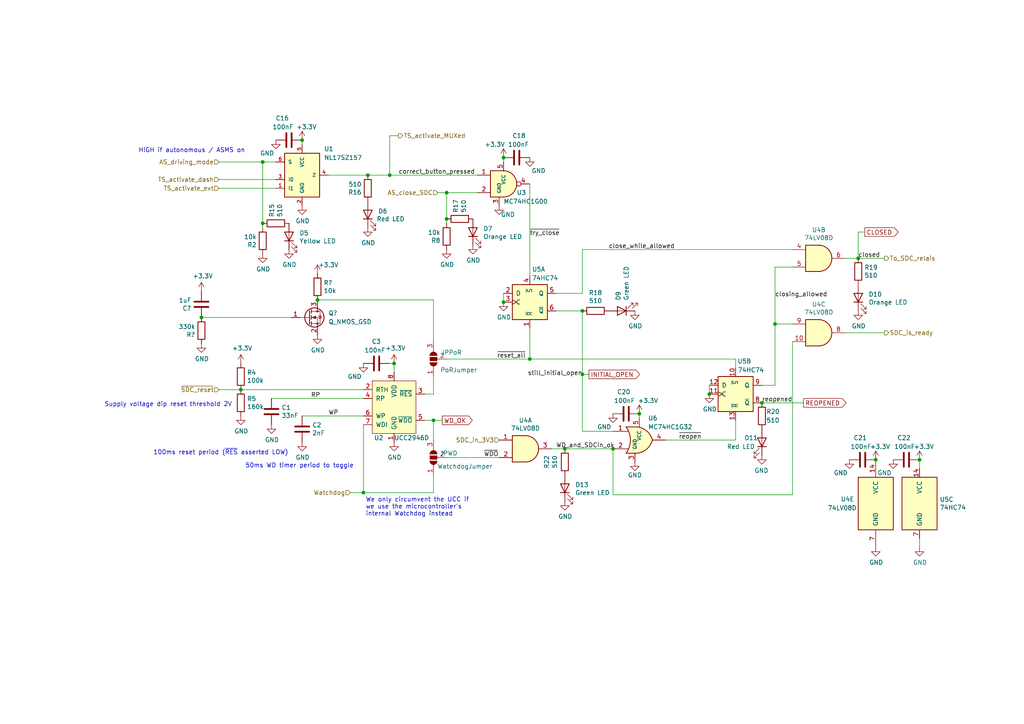
<source format=kicad_sch>
(kicad_sch (version 20211123) (generator eeschema)
  (paper "A4")
  (title_block (title "SDCL - Non-Programmable Logic") (date "2021-12-16") (rev "v1.0") (company "FaSTTUBe - Formula Student Team TU Berlin") (comment 1 "Car 113") (comment 2 "EBS Electronics") (comment 3 "Compliance for rule T 14.5.1 and T 14.5.2") (comment 4 "Hard-Wired logic for SDC relay latching and activation buttons"))
  (lib_symbols
    (symbol "74xx:74HC74" (pin_names (offset 1.016))
      (property "Reference" "U" (at -7.62 8.89 0))
      (property "Value" "74HC74" (at -7.62 -8.89 0))
      (symbol "74HC74_1_0"
        (pin input line (at 0 -7.62 90) (length 2.54) (name "~{R}") (number "1"))
        (pin input line (at -7.62 2.54 0) (length 2.54) (name "D") (number "2"))
        (pin input clock (at -7.62 0 0) (length 2.54) (name "C") (number "3"))
        (pin input line (at 0 7.62 270) (length 2.54) (name "~{S}") (number "4"))
        (pin output line (at 7.62 2.54 180) (length 2.54) (name "Q") (number "5"))
        (pin output line (at 7.62 -2.54 180) (length 2.54) (name "~{Q}") (number "6"))
      )
      (symbol "74HC74_1_1"
        (rectangle (start -5.08 5.08) (end 5.08 -5.08) (stroke (width 0.254)) (fill (type background)))
      )
      (symbol "74HC74_2_0"
        (pin input line (at 0 7.62 270) (length 2.54) (name "~{S}") (number "10"))
        (pin input clock (at -7.62 0 0) (length 2.54) (name "C") (number "11"))
        (pin input line (at -7.62 2.54 0) (length 2.54) (name "D") (number "12"))
        (pin input line (at 0 -7.62 90) (length 2.54) (name "~{R}") (number "13"))
        (pin output line (at 7.62 -2.54 180) (length 2.54) (name "~{Q}") (number "8"))
        (pin output line (at 7.62 2.54 180) (length 2.54) (name "Q") (number "9"))
      )
      (symbol "74HC74_2_1"
        (rectangle (start -5.08 5.08) (end 5.08 -5.08) (stroke (width 0.254)) (fill (type background)))
      )
      (symbol "74HC74_3_0"
        (pin power_in line (at 0 10.16 270) (length 2.54) (name "VCC") (number "14"))
        (pin power_in line (at 0 -10.16 90) (length 2.54) (name "GND") (number "7"))
      )
      (symbol "74HC74_3_1"
        (rectangle (start -5.08 7.62) (end 5.08 -7.62) (stroke (width 0.254)) (fill (type background)))
      )
    )
    (symbol "Custom:74LV08D" (pin_names (offset 1.016))
      (property "Reference" "U" (at 3.81 6.35 0))
      (property "Value" "74LV08D" (at 7.62 3.81 0))
      (symbol "74LV08D_1_1"
        (arc (start 0 -3.81) (mid 3.81 0) (end 0 3.81) (stroke (width 0.254)) (fill (type background)))
        (polyline (pts (xy 0 3.81) (xy -3.81 3.81) (xy -3.81 -3.81) (xy 0 -3.81)) (stroke (width 0.254)) (fill (type background)))
        (pin input line (at -7.62 2.54 0) (length 3.81) (name "~") (number "1"))
        (pin input line (at -7.62 -2.54 0) (length 3.81) (name "~") (number "2"))
        (pin output line (at 7.62 0 180) (length 3.81) (name "~") (number "3"))
      )
      (symbol "74LV08D_1_2"
        (arc (start -3.81 -3.81) (mid -2.589 0) (end -3.81 3.81) (stroke (width 0.254)))
        (arc (start -0.6096 -3.81) (mid 2.1842 -2.5851) (end 3.81 0) (stroke (width 0.254)) (fill (type background)))
        (polyline (pts (xy -3.81 -3.81) (xy -0.635 -3.81)) (stroke (width 0.254)) (fill (type background)))
        (polyline (pts (xy -3.81 3.81) (xy -0.635 3.81)) (stroke (width 0.254)) (fill (type background)))
        (polyline (pts (xy -0.635 3.81) (xy -3.81 3.81) (xy -3.81 3.81) (xy -3.556 3.4036) (xy -3.0226 2.2606) (xy -2.6924 1.0414) (xy -2.6162 -0.254) (xy -2.7686 -1.4986) (xy -3.175 -2.7178) (xy -3.81 -3.81) (xy -3.81 -3.81) (xy -0.635 -3.81)) (stroke (width -25.4)) (fill (type background)))
        (arc (start 3.81 0) (mid 2.1915 2.5936) (end -0.6096 3.81) (stroke (width 0.254)) (fill (type background)))
        (pin input inverted (at -7.62 2.54 0) (length 4.318) (name "~") (number "1"))
        (pin input inverted (at -7.62 -2.54 0) (length 4.318) (name "~") (number "2"))
        (pin output inverted (at 7.62 0 180) (length 3.81) (name "~") (number "3"))
      )
      (symbol "74LV08D_2_1"
        (arc (start 0 -3.81) (mid 3.81 0) (end 0 3.81) (stroke (width 0.254)) (fill (type background)))
        (polyline (pts (xy 0 3.81) (xy -3.81 3.81) (xy -3.81 -3.81) (xy 0 -3.81)) (stroke (width 0.254)) (fill (type background)))
        (pin input line (at -7.62 2.54 0) (length 3.81) (name "~") (number "4"))
        (pin input line (at -7.62 -2.54 0) (length 3.81) (name "~") (number "5"))
        (pin output line (at 7.62 0 180) (length 3.81) (name "~") (number "6"))
      )
      (symbol "74LV08D_2_2"
        (arc (start -3.81 -3.81) (mid -2.589 0) (end -3.81 3.81) (stroke (width 0.254)))
        (arc (start -0.6096 -3.81) (mid 2.1842 -2.5851) (end 3.81 0) (stroke (width 0.254)) (fill (type background)))
        (polyline (pts (xy -3.81 -3.81) (xy -0.635 -3.81)) (stroke (width 0.254)) (fill (type background)))
        (polyline (pts (xy -3.81 3.81) (xy -0.635 3.81)) (stroke (width 0.254)) (fill (type background)))
        (polyline (pts (xy -0.635 3.81) (xy -3.81 3.81) (xy -3.81 3.81) (xy -3.556 3.4036) (xy -3.0226 2.2606) (xy -2.6924 1.0414) (xy -2.6162 -0.254) (xy -2.7686 -1.4986) (xy -3.175 -2.7178) (xy -3.81 -3.81) (xy -3.81 -3.81) (xy -0.635 -3.81)) (stroke (width -25.4)) (fill (type background)))
        (arc (start 3.81 0) (mid 2.1915 2.5936) (end -0.6096 3.81) (stroke (width 0.254)) (fill (type background)))
        (pin input inverted (at -7.62 2.54 0) (length 4.318) (name "~") (number "4"))
        (pin input inverted (at -7.62 -2.54 0) (length 4.318) (name "~") (number "5"))
        (pin output inverted (at 7.62 0 180) (length 3.81) (name "~") (number "6"))
      )
      (symbol "74LV08D_3_1"
        (arc (start 0 -3.81) (mid 3.81 0) (end 0 3.81) (stroke (width 0.254)) (fill (type background)))
        (polyline (pts (xy 0 3.81) (xy -3.81 3.81) (xy -3.81 -3.81) (xy 0 -3.81)) (stroke (width 0.254)) (fill (type background)))
        (pin input line (at -7.62 -2.54 0) (length 3.81) (name "~") (number "10"))
        (pin output line (at 7.62 0 180) (length 3.81) (name "~") (number "8"))
        (pin input line (at -7.62 2.54 0) (length 3.81) (name "~") (number "9"))
      )
      (symbol "74LV08D_3_2"
        (arc (start -3.81 -3.81) (mid -2.589 0) (end -3.81 3.81) (stroke (width 0.254)))
        (arc (start -0.6096 -3.81) (mid 2.1842 -2.5851) (end 3.81 0) (stroke (width 0.254)) (fill (type background)))
        (polyline (pts (xy -3.81 -3.81) (xy -0.635 -3.81)) (stroke (width 0.254)) (fill (type background)))
        (polyline (pts (xy -3.81 3.81) (xy -0.635 3.81)) (stroke (width 0.254)) (fill (type background)))
        (polyline (pts (xy -0.635 3.81) (xy -3.81 3.81) (xy -3.81 3.81) (xy -3.556 3.4036) (xy -3.0226 2.2606) (xy -2.6924 1.0414) (xy -2.6162 -0.254) (xy -2.7686 -1.4986) (xy -3.175 -2.7178) (xy -3.81 -3.81) (xy -3.81 -3.81) (xy -0.635 -3.81)) (stroke (width -25.4)) (fill (type background)))
        (arc (start 3.81 0) (mid 2.1915 2.5936) (end -0.6096 3.81) (stroke (width 0.254)) (fill (type background)))
        (pin input inverted (at -7.62 -2.54 0) (length 4.318) (name "~") (number "10"))
        (pin output inverted (at 7.62 0 180) (length 3.81) (name "~") (number "8"))
        (pin input inverted (at -7.62 2.54 0) (length 4.318) (name "~") (number "9"))
      )
      (symbol "74LV08D_4_1"
        (arc (start 0 -3.81) (mid 3.81 0) (end 0 3.81) (stroke (width 0.254)) (fill (type background)))
        (polyline (pts (xy 0 3.81) (xy -3.81 3.81) (xy -3.81 -3.81) (xy 0 -3.81)) (stroke (width 0.254)) (fill (type background)))
        (pin output line (at 7.62 0 180) (length 3.81) (name "~") (number "11"))
        (pin input line (at -7.62 2.54 0) (length 3.81) (name "~") (number "12"))
        (pin input line (at -7.62 -2.54 0) (length 3.81) (name "~") (number "13"))
      )
      (symbol "74LV08D_4_2"
        (arc (start -3.81 -3.81) (mid -2.589 0) (end -3.81 3.81) (stroke (width 0.254)))
        (arc (start -0.6096 -3.81) (mid 2.1842 -2.5851) (end 3.81 0) (stroke (width 0.254)) (fill (type background)))
        (polyline (pts (xy -3.81 -3.81) (xy -0.635 -3.81)) (stroke (width 0.254)) (fill (type background)))
        (polyline (pts (xy -3.81 3.81) (xy -0.635 3.81)) (stroke (width 0.254)) (fill (type background)))
        (polyline (pts (xy -0.635 3.81) (xy -3.81 3.81) (xy -3.81 3.81) (xy -3.556 3.4036) (xy -3.0226 2.2606) (xy -2.6924 1.0414) (xy -2.6162 -0.254) (xy -2.7686 -1.4986) (xy -3.175 -2.7178) (xy -3.81 -3.81) (xy -3.81 -3.81) (xy -0.635 -3.81)) (stroke (width -25.4)) (fill (type background)))
        (arc (start 3.81 0) (mid 2.1915 2.5936) (end -0.6096 3.81) (stroke (width 0.254)) (fill (type background)))
        (pin output inverted (at 7.62 0 180) (length 3.81) (name "~") (number "11"))
        (pin input inverted (at -7.62 2.54 0) (length 4.318) (name "~") (number "12"))
        (pin input inverted (at -7.62 -2.54 0) (length 4.318) (name "~") (number "13"))
      )
      (symbol "74LV08D_5_0"
        (pin power_in line (at 0 12.7 270) (length 5.08) (name "VCC") (number "14"))
        (pin power_in line (at 0 -12.7 90) (length 5.08) (name "GND") (number "7"))
      )
      (symbol "74LV08D_5_1"
        (rectangle (start -5.08 7.62) (end 5.08 -7.62) (stroke (width 0.254)) (fill (type background)))
      )
    )
    (symbol "Custom:MC74HC1G00" (pin_names (offset 1.016))
      (property "Reference" "U" (at 1.27 7.62 0))
      (property "Value" "MC74HC1G00" (at 7.62 5.08 0))
      (symbol "MC74HC1G00_1_1"
        (arc (start 0 -3.81) (mid 3.81 0) (end 0 3.81) (stroke (width 0.254)) (fill (type background)))
        (polyline (pts (xy 0 3.81) (xy -3.81 3.81) (xy -3.81 -3.81) (xy 0 -3.81)) (stroke (width 0.254)) (fill (type background)))
        (pin input line (at -7.62 2.54 0) (length 3.81) (name "~") (number "1"))
        (pin input line (at -7.62 -2.54 0) (length 3.81) (name "~") (number "2"))
        (pin power_in line (at -1.27 -6.35 90) (length 2.54) (name "GND") (number "3"))
        (pin output inverted (at 7.62 0 180) (length 3.81) (name "~") (number "4"))
        (pin power_in line (at 0 6.35 270) (length 2.54) (name "VCC") (number "5"))
      )
      (symbol "MC74HC1G00_1_2"
        (arc (start -3.81 -3.81) (mid -2.589 0) (end -3.81 3.81) (stroke (width 0.254)))
        (arc (start -0.6096 -3.81) (mid 2.1842 -2.5851) (end 3.81 0) (stroke (width 0.254)) (fill (type background)))
        (polyline (pts (xy -3.81 -3.81) (xy -0.635 -3.81)) (stroke (width 0.254)) (fill (type background)))
        (polyline (pts (xy -3.81 3.81) (xy -0.635 3.81)) (stroke (width 0.254)) (fill (type background)))
        (polyline (pts (xy -0.635 3.81) (xy -3.81 3.81) (xy -3.81 3.81) (xy -3.556 3.4036) (xy -3.0226 2.2606) (xy -2.6924 1.0414) (xy -2.6162 -0.254) (xy -2.7686 -1.4986) (xy -3.175 -2.7178) (xy -3.81 -3.81) (xy -3.81 -3.81) (xy -0.635 -3.81)) (stroke (width -25.4)) (fill (type background)))
        (arc (start 3.81 0) (mid 2.1915 2.5936) (end -0.6096 3.81) (stroke (width 0.254)) (fill (type background)))
        (pin input inverted (at -7.62 2.54 0) (length 4.318) (name "~") (number "1"))
        (pin input inverted (at -7.62 -2.54 0) (length 4.318) (name "~") (number "2"))
        (pin output line (at 7.62 0 180) (length 3.81) (name "~") (number "3"))
      )
    )
    (symbol "Custom:MC74HC1G32" (pin_names (offset 1.016))
      (property "Reference" "U" (at 3.81 6.35 0))
      (property "Value" "MC74HC1G32" (at 8.89 3.81 0))
      (symbol "MC74HC1G32_1_1"
        (arc (start -3.81 -3.81) (mid -2.589 0) (end -3.81 3.81) (stroke (width 0.254)))
        (arc (start -0.6096 -3.81) (mid 2.1842 -2.5851) (end 3.81 0) (stroke (width 0.254)) (fill (type background)))
        (polyline (pts (xy -3.81 -3.81) (xy -0.635 -3.81)) (stroke (width 0.254)) (fill (type background)))
        (polyline (pts (xy -3.81 3.81) (xy -0.635 3.81)) (stroke (width 0.254)) (fill (type background)))
        (polyline (pts (xy -0.635 3.81) (xy -3.81 3.81) (xy -3.81 3.81) (xy -3.556 3.4036) (xy -3.0226 2.2606) (xy -2.6924 1.0414) (xy -2.6162 -0.254) (xy -2.7686 -1.4986) (xy -3.175 -2.7178) (xy -3.81 -3.81) (xy -3.81 -3.81) (xy -0.635 -3.81)) (stroke (width -25.4)) (fill (type background)))
        (arc (start 3.81 0) (mid 2.1915 2.5936) (end -0.6096 3.81) (stroke (width 0.254)) (fill (type background)))
        (pin input line (at -7.62 2.54 0) (length 4.318) (name "~") (number "1"))
        (pin input line (at -7.62 -2.54 0) (length 4.318) (name "~") (number "2"))
        (pin power_in line (at -1.27 -6.35 90) (length 2.54) (name "GND") (number "3"))
        (pin output line (at 7.62 0 180) (length 3.81) (name "~") (number "4"))
        (pin power_in line (at 0 6.35 270) (length 2.54) (name "VCC") (number "5"))
      )
      (symbol "MC74HC1G32_1_2"
        (arc (start 0 -3.81) (mid 3.81 0) (end 0 3.81) (stroke (width 0.254)) (fill (type background)))
        (polyline (pts (xy 0 3.81) (xy -3.81 3.81) (xy -3.81 -3.81) (xy 0 -3.81)) (stroke (width 0.254)) (fill (type background)))
        (pin input inverted (at -7.62 2.54 0) (length 3.81) (name "~") (number "1"))
        (pin input inverted (at -7.62 -2.54 0) (length 3.81) (name "~") (number "2"))
        (pin output inverted (at 7.62 0 180) (length 3.81) (name "~") (number "3"))
      )
    )
    (symbol "Custom:NL17SZ157" (pin_names (offset 1.016))
      (property "Reference" "U" (at 0 15.24 0))
      (property "Value" "NL17SZ157" (at 0 12.7 0))
      (symbol "NL17SZ157_1_1"
        (rectangle (start -5.08 6.35) (end 5.08 -6.35) (stroke (width 0.254)) (fill (type background)))
        (pin input line (at -7.62 -3.81 0) (length 2.54) (name "I1") (number "1"))
        (pin power_in line (at 0 -8.89 90) (length 2.54) (name "GND") (number "2"))
        (pin input line (at -7.62 -1.27 0) (length 2.54) (name "I0") (number "3"))
        (pin output line (at 7.62 0 180) (length 2.54) (name "Z") (number "4"))
        (pin power_in line (at 0 8.89 270) (length 2.54) (name "VCC") (number "5"))
        (pin input line (at -7.62 3.81 0) (length 2.54) (name "S") (number "6"))
      )
    )
    (symbol "Custom:UCC2946" (pin_names (offset 1.016))
      (property "Reference" "U" (at 0 15.24 0))
      (property "Value" "UCC2946" (at 0 12.7 0))
      (symbol "UCC2946_0_1"
        (rectangle (start -6.35 7.62) (end 6.35 -7.62) (fill (type background)))
      )
      (symbol "UCC2946_1_1"
        (pin power_in line (at 0 -10.16 90) (length 2.54) (name "GND") (number "1"))
        (pin input line (at -8.89 5.08 0) (length 2.54) (name "RTH") (number "2"))
        (pin input line (at 8.89 3.81 180) (length 2.54) (name "~{RES}") (number "3"))
        (pin input line (at -8.89 2.54 0) (length 2.54) (name "RP") (number "4"))
        (pin input line (at 8.89 -3.81 180) (length 2.54) (name "~{WDO}") (number "5"))
        (pin input line (at -8.89 -2.54 0) (length 2.54) (name "WP") (number "6"))
        (pin input line (at -8.89 -5.08 0) (length 2.54) (name "WDI") (number "7"))
        (pin power_in line (at 0 10.16 270) (length 2.54) (name "VDD") (number "8"))
      )
    )
    (symbol "Device:C" (pin_numbers hide) (pin_names (offset 0.254))
      (property "Reference" "C" (at 0.635 2.54 0))
      (property "Value" "C" (at 0.635 -2.54 0))
      (symbol "C_0_1"
        (polyline (pts (xy -2.032 -0.762) (xy 2.032 -0.762)) (stroke (width 0.508)))
        (polyline (pts (xy -2.032 0.762) (xy 2.032 0.762)) (stroke (width 0.508)))
      )
      (symbol "C_1_1"
        (pin passive line (at 0 3.81 270) (length 2.794) (name "~") (number "1"))
        (pin passive line (at 0 -3.81 90) (length 2.794) (name "~") (number "2"))
      )
    )
    (symbol "Device:LED" (pin_numbers hide) (pin_names (offset 1.016) hide)
      (property "Reference" "D" (at 0 2.54 0))
      (property "Value" "LED" (at 0 -2.54 0))
      (symbol "LED_0_1"
        (polyline (pts (xy -1.27 -1.27) (xy -1.27 1.27)) (stroke (width 0.254)))
        (polyline (pts (xy -1.27 0) (xy 1.27 0)))
        (polyline (pts (xy 1.27 -1.27) (xy 1.27 1.27) (xy -1.27 0) (xy 1.27 -1.27)) (stroke (width 0.254)))
        (polyline (pts (xy -3.048 -0.762) (xy -4.572 -2.286) (xy -3.81 -2.286) (xy -4.572 -2.286) (xy -4.572 -1.524)))
        (polyline (pts (xy -1.778 -0.762) (xy -3.302 -2.286) (xy -2.54 -2.286) (xy -3.302 -2.286) (xy -3.302 -1.524)))
      )
      (symbol "LED_1_1"
        (pin passive line (at -3.81 0 0) (length 2.54) (name "K") (number "1"))
        (pin passive line (at 3.81 0 180) (length 2.54) (name "A") (number "2"))
      )
    )
    (symbol "Device:Q_NMOS_GSD" (pin_names (offset 0) hide)
      (property "Reference" "Q" (at 5.08 1.27 0))
      (property "Value" "Q_NMOS_GSD" (at 5.08 -1.27 0))
      (symbol "Q_NMOS_GSD_0_1"
        (polyline (pts (xy 0.254 0) (xy -2.54 0)))
        (polyline (pts (xy 0.254 1.905) (xy 0.254 -1.905)) (stroke (width 0.254)))
        (polyline (pts (xy 0.762 -1.27) (xy 0.762 -2.286)) (stroke (width 0.254)))
        (polyline (pts (xy 0.762 0.508) (xy 0.762 -0.508)) (stroke (width 0.254)))
        (polyline (pts (xy 0.762 2.286) (xy 0.762 1.27)) (stroke (width 0.254)))
        (polyline (pts (xy 2.54 2.54) (xy 2.54 1.778)))
        (polyline (pts (xy 2.54 -2.54) (xy 2.54 0) (xy 0.762 0)))
        (polyline (pts (xy 0.762 -1.778) (xy 3.302 -1.778) (xy 3.302 1.778) (xy 0.762 1.778)))
        (polyline (pts (xy 1.016 0) (xy 2.032 0.381) (xy 2.032 -0.381) (xy 1.016 0)) (fill (type outline)))
        (polyline (pts (xy 2.794 0.508) (xy 2.921 0.381) (xy 3.683 0.381) (xy 3.81 0.254)))
        (polyline (pts (xy 3.302 0.381) (xy 2.921 -0.254) (xy 3.683 -0.254) (xy 3.302 0.381)))
        (circle (center 1.651 0) (radius 2.794) (stroke (width 0.254)))
        (circle (center 2.54 -1.778) (radius 0.254) (fill (type outline)))
        (circle (center 2.54 1.778) (radius 0.254) (fill (type outline)))
      )
      (symbol "Q_NMOS_GSD_1_1"
        (pin input line (at -5.08 0 0) (length 2.54) (name "G") (number "1"))
        (pin passive line (at 2.54 -5.08 90) (length 2.54) (name "S") (number "2"))
        (pin passive line (at 2.54 5.08 270) (length 2.54) (name "D") (number "3"))
      )
    )
    (symbol "Device:R" (pin_numbers hide) (pin_names (offset 0))
      (property "Reference" "R" (at 2.032 0 90))
      (property "Value" "R" (at 0 0 90))
      (symbol "R_0_1"
        (rectangle (start -1.016 -2.54) (end 1.016 2.54) (stroke (width 0.254)))
      )
      (symbol "R_1_1"
        (pin passive line (at 0 3.81 270) (length 1.27) (name "~") (number "1"))
        (pin passive line (at 0 -3.81 90) (length 1.27) (name "~") (number "2"))
      )
    )
    (symbol "Jumper:SolderJumper_3_Open" (pin_names (offset 0) hide)
      (property "Reference" "JP" (at -2.54 -2.54 0))
      (property "Value" "SolderJumper_3_Open" (at 0 2.794 0))
      (symbol "SolderJumper_3_Open_0_1"
        (arc (start -1.016 1.016) (mid -2.032 0) (end -1.016 -1.016))
        (arc (start -1.016 1.016) (mid -2.032 0) (end -1.016 -1.016) (fill (type outline)))
        (rectangle (start -0.508 1.016) (end 0.508 -1.016) (fill (type outline)))
        (polyline (pts (xy -2.54 0) (xy -2.032 0)))
        (polyline (pts (xy -1.016 1.016) (xy -1.016 -1.016)))
        (polyline (pts (xy 0 -1.27) (xy 0 -1.016)))
        (polyline (pts (xy 1.016 1.016) (xy 1.016 -1.016)))
        (polyline (pts (xy 2.54 0) (xy 2.032 0)))
        (arc (start 1.016 -1.016) (mid 2.032 0) (end 1.016 1.016))
        (arc (start 1.016 -1.016) (mid 2.032 0) (end 1.016 1.016) (fill (type outline)))
      )
      (symbol "SolderJumper_3_Open_1_1"
        (pin passive line (at -5.08 0 0) (length 2.54) (name "A") (number "1"))
        (pin passive line (at 0 -3.81 90) (length 2.54) (name "C") (number "2"))
        (pin passive line (at 5.08 0 180) (length 2.54) (name "B") (number "3"))
      )
    )
    (symbol "power:+3.3V" (power) (pin_names (offset 0))
      (property "Value" "+3.3V" (at 0 3.556 0))
      (symbol "+3.3V_0_1"
        (polyline (pts (xy -0.762 1.27) (xy 0 2.54)))
        (polyline (pts (xy 0 0) (xy 0 2.54)))
        (polyline (pts (xy 0 2.54) (xy 0.762 1.27)))
      )
      (symbol "+3.3V_1_1"
        (pin power_in line (at 0 0 90) (length 0) hide (name "+3.3V") (number "1"))
      )
    )
    (symbol "power:GND" (power) (pin_names (offset 0))
      (property "Value" "GND" (at 0 -3.81 0))
      (symbol "GND_0_1"
        (polyline (pts (xy 0 0) (xy 0 -1.27) (xy 1.27 -1.27) (xy 0 -2.54) (xy -1.27 -1.27) (xy 0 -1.27)))
      )
      (symbol "GND_1_1"
        (pin power_in line (at 0 0 270) (length 0) hide (name "GND") (number "1"))
      )
    )
  )
  (junction (at 185.42 120.015))
  (junction (at 168.91 108.585))
  (junction (at 114.3 105.41))
  (junction (at 224.79 93.98))
  (junction (at 113.03 50.8))
  (junction (at 129.54 63.5))
  (junction (at 220.98 116.84))
  (junction (at 168.91 90.17))
  (junction (at 248.92 74.93))
  (junction (at 266.7 133.35))
  (junction (at 92.075 86.995))
  (junction (at 146.05 87.63))
  (junction (at 125.73 121.92))
  (junction (at 76.2 64.77))
  (junction (at 105.41 142.875))
  (junction (at 163.83 130.175))
  (junction (at 146.05 45.72))
  (junction (at 177.8 130.175))
  (junction (at 106.68 50.8))
  (junction (at 153.67 104.14))
  (junction (at 58.42 92.075))
  (junction (at 254 133.35))
  (junction (at 129.54 55.88))
  (junction (at 69.85 113.03))
  (junction (at 76.2 46.99))
  (junction (at 87.63 40.64))
  (junction (at 205.74 114.3))
  (wire (pts (xy 63.5 54.61) (xy 80.01 54.61)))
  (wire (pts (xy 245.11 96.52) (xy 256.54 96.52)))
  (wire (pts (xy 224.79 111.76) (xy 224.79 93.98)))
  (wire (pts (xy 161.29 85.09) (xy 168.91 85.09)))
  (wire (pts (xy 213.36 104.14) (xy 153.67 104.14)))
  (wire (pts (xy 128.27 121.92) (xy 125.73 121.92)))
  (wire (pts (xy 113.03 50.8) (xy 138.43 50.8)))
  (wire (pts (xy 127 55.88) (xy 129.54 55.88)))
  (wire (pts (xy 113.03 39.37) (xy 115.57 39.37)))
  (wire (pts (xy 153.67 53.34) (xy 153.67 80.01)))
  (wire (pts (xy 87.63 40.64) (xy 87.63 41.91)))
  (wire (pts (xy 168.91 108.585) (xy 168.91 125.095)))
  (wire (pts (xy 69.85 113.03) (xy 105.41 113.03)))
  (wire (pts (xy 125.73 99.06) (xy 125.73 86.995)))
  (wire (pts (xy 250.825 67.31) (xy 248.92 67.31)))
  (wire (pts (xy 224.79 93.98) (xy 224.79 77.47)))
  (wire (pts (xy 123.19 114.3) (xy 125.73 114.3)))
  (wire (pts (xy 106.68 50.8) (xy 113.03 50.8)))
  (wire (pts (xy 125.73 127.635) (xy 125.73 121.92)))
  (wire (pts (xy 63.5 46.99) (xy 76.2 46.99)))
  (wire (pts (xy 224.79 77.47) (xy 229.87 77.47)))
  (wire (pts (xy 129.54 104.14) (xy 153.67 104.14)))
  (wire (pts (xy 129.54 55.88) (xy 138.43 55.88)))
  (wire (pts (xy 213.36 127.635) (xy 213.36 121.92)))
  (wire (pts (xy 76.2 46.99) (xy 76.2 64.77)))
  (wire (pts (xy 125.73 137.795) (xy 125.73 142.875)))
  (wire (pts (xy 168.91 90.17) (xy 161.29 90.17)))
  (wire (pts (xy 163.83 130.175) (xy 177.8 130.175)))
  (wire (pts (xy 95.25 50.8) (xy 106.68 50.8)))
  (wire (pts (xy 185.42 120.015) (xy 185.42 121.285)))
  (wire (pts (xy 168.91 90.17) (xy 168.91 108.585)))
  (wire (pts (xy 213.36 104.14) (xy 213.36 106.68)))
  (wire (pts (xy 63.5 113.03) (xy 69.85 113.03)))
  (wire (pts (xy 266.7 135.89) (xy 266.7 133.35)))
  (wire (pts (xy 78.74 115.57) (xy 105.41 115.57)))
  (wire (pts (xy 193.04 127.635) (xy 213.36 127.635)))
  (wire (pts (xy 58.42 92.075) (xy 84.455 92.075)))
  (wire (pts (xy 113.03 105.41) (xy 114.3 105.41)))
  (wire (pts (xy 177.8 143.51) (xy 177.8 130.175)))
  (wire (pts (xy 114.3 105.41) (xy 114.3 107.95)))
  (wire (pts (xy 129.54 132.715) (xy 144.78 132.715)))
  (wire (pts (xy 153.67 95.25) (xy 153.67 104.14)))
  (wire (pts (xy 168.91 72.39) (xy 168.91 85.09)))
  (wire (pts (xy 123.19 121.92) (xy 125.73 121.92)))
  (wire (pts (xy 220.98 116.84) (xy 233.045 116.84)))
  (wire (pts (xy 129.54 63.5) (xy 129.54 64.77)))
  (wire (pts (xy 220.98 111.76) (xy 224.79 111.76)))
  (wire (pts (xy 125.73 142.875) (xy 105.41 142.875)))
  (wire (pts (xy 125.73 86.995) (xy 92.075 86.995)))
  (wire (pts (xy 266.7 158.75) (xy 266.7 156.21)))
  (wire (pts (xy 160.02 130.175) (xy 163.83 130.175)))
  (wire (pts (xy 248.92 74.93) (xy 256.54 74.93)))
  (wire (pts (xy 101.6 142.875) (xy 105.41 142.875)))
  (wire (pts (xy 146.05 45.72) (xy 146.05 46.99)))
  (wire (pts (xy 76.2 64.77) (xy 76.2 66.04)))
  (wire (pts (xy 63.5 52.07) (xy 80.01 52.07)))
  (wire (pts (xy 168.91 125.095) (xy 177.8 125.095)))
  (wire (pts (xy 205.74 111.76) (xy 205.74 114.3)))
  (wire (pts (xy 248.92 67.31) (xy 248.92 74.93)))
  (wire (pts (xy 146.05 85.09) (xy 146.05 87.63)))
  (wire (pts (xy 129.54 55.88) (xy 129.54 63.5)))
  (wire (pts (xy 113.03 39.37) (xy 113.03 50.8)))
  (wire (pts (xy 229.87 93.98) (xy 224.79 93.98)))
  (wire (pts (xy 168.91 72.39) (xy 229.87 72.39)))
  (wire (pts (xy 105.41 142.875) (xy 105.41 123.19)))
  (wire (pts (xy 125.73 109.22) (xy 125.73 114.3)))
  (wire (pts (xy 76.2 46.99) (xy 80.01 46.99)))
  (wire (pts (xy 168.91 108.585) (xy 170.815 108.585)))
  (wire (pts (xy 245.11 74.93) (xy 248.92 74.93)))
  (wire (pts (xy 229.87 99.06) (xy 229.87 143.51)))
  (wire (pts (xy 229.87 143.51) (xy 177.8 143.51)))
  (wire (pts (xy 87.63 120.65) (xy 105.41 120.65)))
  (text "Supply voltage dip reset threshold 2V" (at 67.31 118.11 180) (effects (font (size 1.27 1.27)) (justify right bottom)))
  (text "100ms reset period (~{RES} asserted LOW)" (at 44.45 132.08 0) (effects (font (size 1.27 1.27)) (justify left bottom)))
  (text "50ms WD timer period to toggle" (at 71.12 135.89 0) (effects (font (size 1.27 1.27)) (justify left bottom)))
  (text "HIGH if autonomous / ASMS on" (at 71.12 44.45 180) (effects (font (size 1.27 1.27)) (justify right bottom)))
  (text "We only circumvent the UCC if\nwe use the microcontroller's\ninternal Watchdog instead\n" (at 106.045 149.86 0) (effects (font (size 1.27 1.27)) (justify left bottom)))
  (label "~{reopen}" (at 196.85 127.635 0))
  (label "reopened" (at 220.98 116.84 0))
  (label "correct_button_pressed" (at 115.57 50.8 0))
  (label "WP" (at 95.25 120.65 0))
  (label "WD_and_SDCin_ok" (at 161.29 130.175 0))
  (label "close_while_allowed" (at 176.53 72.39 0))
  (label "~{reset_all}" (at 144.145 104.14 0))
  (label "closing_allowed" (at 224.79 86.36 0))
  (label "~{WDO}" (at 140.335 132.715 0))
  (label "still_initial_open" (at 168.91 109.22 180))
  (label "closed" (at 248.92 74.93 0))
  (label "RP" (at 90.17 115.57 0))
  (label "~{try_close}" (at 153.67 68.58 0))
  (global_label "WD_OK" (shape output) (at 128.27 121.92 0) (property "Intersheet References" "${INTERSHEET_REFS}" (effects hide)))
  (global_label "CLOSED" (shape output) (at 250.825 67.31 0) (property "Intersheet References" "${INTERSHEET_REFS}" (effects hide)))
  (global_label "INITIAL_OPEN" (shape output) (at 170.815 108.585 0) (property "Intersheet References" "${INTERSHEET_REFS}" (effects hide)))
  (global_label "REOPENED" (shape output) (at 233.045 116.84 0) (property "Intersheet References" "${INTERSHEET_REFS}" (effects hide)))
  (hierarchical_label "SDC_in_3V3" (shape input) (at 144.78 127.635 180))
  (hierarchical_label "TS_activate_dash" (shape input) (at 63.5 52.07 180))
  (hierarchical_label "~{SDC_reset}" (shape input) (at 63.5 113.03 180))
  (hierarchical_label "AS_close_SDC" (shape input) (at 127 55.88 180))
  (hierarchical_label "SDC_is_ready" (shape output) (at 256.54 96.52 0))
  (hierarchical_label "TS_activate_MUXed" (shape output) (at 115.57 39.37 0))
  (hierarchical_label "AS_driving_mode" (shape input) (at 63.5 46.99 180))
  (hierarchical_label "TS_activate_ext" (shape input) (at 63.5 54.61 180))
  (hierarchical_label "Watchdog" (shape input) (at 101.6 142.875 180))
  (hierarchical_label "To_SDC_relais" (shape output) (at 256.54 74.93 0))
  (symbol (lib_id "Device:C") (at 78.74 119.38 0) (unit 1)
    (property "Reference" "C1" (at 81.661 118.2116 0) (effects (justify left)))
    (property "Value" "33nF" (at 81.661 120.523 0) (effects (justify left)))
    (property "Footprint" "Capacitor_SMD:C_0603_1608Metric_Pad1.05x0.95mm_HandSolder" (effects hide))
  )
  (symbol (lib_id "Device:C") (at 87.63 124.46 0) (unit 1)
    (property "Reference" "C2" (at 90.551 123.2916 0) (effects (justify left)))
    (property "Value" "2nF" (at 90.551 125.603 0) (effects (justify left)))
    (property "Footprint" "Capacitor_SMD:C_0603_1608Metric_Pad1.05x0.95mm_HandSolder" (effects hide))
  )
  (symbol (lib_id "Custom:UCC2946") (at 114.3 118.11 0) (unit 1)
    (property "Reference" "U2" (at 109.855 127 0))
    (property "Value" "UCC2946D" (at 119.38 127 0))
    (property "Footprint" "Package_SO:SOIC-8_3.9x4.9mm_P1.27mm" (effects hide))
    (property "Datasheet" "https://www.ti.com/lit/ds/symlink/ucc2946.pdf" (effects hide))
  )
  (symbol (lib_id "Device:C") (at 109.22 105.41 90) (unit 1)
    (property "Reference" "C3" (at 110.49 99.06 90) (effects (justify left)))
    (property "Value" "100nF" (at 111.76 101.6 90) (effects (justify left)))
    (property "Footprint" "Capacitor_SMD:C_0603_1608Metric_Pad1.05x0.95mm_HandSolder" (effects hide))
  )
  (symbol (lib_id "Device:R") (at 69.85 116.84 0) (unit 1)
    (property "Reference" "R5" (at 71.628 115.6716 0) (effects (justify left)))
    (property "Value" "160k" (at 71.628 117.983 0) (effects (justify left)))
    (property "Footprint" "Resistor_SMD:R_0603_1608Metric_Pad1.05x0.95mm_HandSolder" (effects hide))
  )
  (symbol (lib_id "Device:R") (at 69.85 109.22 0) (unit 1)
    (property "Reference" "R4" (at 71.628 108.0516 0) (effects (justify left)))
    (property "Value" "100k" (at 71.628 110.363 0) (effects (justify left)))
    (property "Footprint" "Resistor_SMD:R_0603_1608Metric_Pad1.05x0.95mm_HandSolder" (effects hide))
  )
  (symbol (lib_id "Device:R") (at 76.2 69.85 180) (unit 1)
    (property "Reference" "R2" (at 74.422 71.0184 0) (effects (justify left)))
    (property "Value" "10k" (at 74.422 68.707 0) (effects (justify left)))
    (property "Footprint" "Resistor_SMD:R_0603_1608Metric_Pad1.05x0.95mm_HandSolder" (effects hide))
  )
  (symbol (lib_id "power:GND") (at 76.2 73.66 0) (unit 1)
    (property "Reference" "#PWR0109" (effects hide))
    (property "Value" "GND" (at 76.327 78.0542 0))
  )
  (symbol (lib_id "Device:R") (at 129.54 68.58 180) (unit 1)
    (property "Reference" "R8" (at 127.762 69.7484 0) (effects (justify left)))
    (property "Value" "10k" (at 127.762 67.437 0) (effects (justify left)))
    (property "Footprint" "Resistor_SMD:R_0603_1608Metric_Pad1.05x0.95mm_HandSolder" (effects hide))
  )
  (symbol (lib_id "Custom:MC74HC1G00") (at 146.05 53.34 0) (unit 1)
    (property "Reference" "U3" (at 149.86 55.88 0) (effects (justify left)))
    (property "Value" "MC74HC1G00" (at 146.05 58.42 0) (effects (justify left)))
    (property "Footprint" "Custom:SC-74A-5_1.5x2.9mm_P0.95mm" (effects hide))
    (property "Datasheet" "http://www.ti.com/lit/gpn/sn74ls00" (effects hide))
  )
  (symbol (lib_id "power:GND") (at 144.78 59.69 0) (unit 1)
    (property "Reference" "#PWR0122" (effects hide))
    (property "Value" "GND" (at 147.32 62.23 0))
  )
  (symbol (lib_id "power:GND") (at 129.54 72.39 0) (unit 1)
    (property "Reference" "#PWR0111" (effects hide))
    (property "Value" "GND" (at 129.667 76.7842 0))
  )
  (symbol (lib_id "Custom:MC74HC1G32") (at 185.42 127.635 0) (unit 1)
    (property "Reference" "U6" (at 187.96 121.285 0) (effects (justify left)))
    (property "Value" "MC74HC1G32" (at 187.96 123.825 0) (effects (justify left)))
    (property "Footprint" "Custom:SC-74A-5_1.5x2.9mm_P0.95mm" (effects hide))
    (property "Datasheet" "https://www.mouser.de/datasheet/2/308/1/MC74HC1G32_D-2315545.pdf" (effects hide))
  )
  (symbol (lib_id "power:GND") (at 184.15 133.985 0) (unit 1)
    (property "Reference" "#PWR0124" (effects hide))
    (property "Value" "GND" (at 184.15 137.795 0))
  )
  (symbol (lib_id "power:+3.3V") (at 185.42 120.015 0) (unit 1)
    (property "Reference" "#PWR0125" (effects hide))
    (property "Value" "+3.3V" (at 187.96 116.205 0))
  )
  (symbol (lib_id "power:GND") (at 105.41 105.41 0) (unit 1)
    (property "Reference" "#PWR0112" (effects hide))
    (property "Value" "GND" (at 102.87 109.22 0))
  )
  (symbol (lib_id "Custom:74LV08D") (at 152.4 130.175 0) (unit 1)
    (property "Reference" "U4" (at 152.4 121.92 0))
    (property "Value" "74LV08D" (at 152.4 124.2314 0))
    (property "Footprint" "Package_SO:SOIC-14_3.9x8.7mm_P1.27mm" (effects hide))
    (property "Datasheet" "https://www.mouser.de/datasheet/2/916/74LV08-1388983.pdf" (effects hide))
  )
  (symbol (lib_id "power:GND") (at 87.63 128.27 0) (unit 1)
    (property "Reference" "#PWR0113" (effects hide))
    (property "Value" "GND" (at 87.757 132.6642 0))
  )
  (symbol (lib_id "Custom:74LV08D") (at 237.49 74.93 0) (unit 2)
    (property "Reference" "U4" (at 237.49 66.675 0))
    (property "Value" "74LV08D" (at 237.49 68.9864 0))
    (property "Footprint" "Package_SO:SOIC-14_3.9x8.7mm_P1.27mm" (effects hide))
    (property "Datasheet" "https://www.mouser.de/datasheet/2/916/74LV08-1388983.pdf" (effects hide))
  )
  (symbol (lib_id "Custom:74LV08D") (at 237.49 96.52 0) (unit 3)
    (property "Reference" "U4" (at 237.49 88.265 0))
    (property "Value" "74LV08D" (at 237.49 90.5764 0))
    (property "Footprint" "Package_SO:SOIC-14_3.9x8.7mm_P1.27mm" (effects hide))
    (property "Datasheet" "https://www.mouser.de/datasheet/2/916/74LV08-1388983.pdf" (effects hide))
  )
  (symbol (lib_id "power:GND") (at 146.05 87.63 0) (unit 1)
    (property "Reference" "#PWR0115" (effects hide))
    (property "Value" "GND" (at 146.177 92.0242 0))
  )
  (symbol (lib_id "Custom:74LV08D") (at 254 146.05 0) (unit 5)
    (property "Reference" "U4" (at 243.84 144.78 0) (effects (justify left)))
    (property "Value" "74LV08D" (at 240.03 147.32 0) (effects (justify left)))
    (property "Footprint" "Package_SO:SOIC-14_3.9x8.7mm_P1.27mm" (effects hide))
    (property "Datasheet" "https://www.mouser.de/datasheet/2/916/74LV08-1388983.pdf" (effects hide))
  )
  (symbol (lib_id "power:GND") (at 205.74 114.3 0) (unit 1)
    (property "Reference" "#PWR0118" (effects hide))
    (property "Value" "GND" (at 205.867 118.6942 0))
  )
  (symbol (lib_id "power:+3.3V") (at 254 133.35 0) (unit 1)
    (property "Reference" "#PWR0126" (effects hide))
    (property "Value" "+3.3V" (at 255.27 129.54 0))
  )
  (symbol (lib_id "power:GND") (at 254 158.75 0) (unit 1)
    (property "Reference" "#PWR0127" (effects hide))
    (property "Value" "GND" (at 254.127 163.1442 0))
  )
  (symbol (lib_id "power:+3.3V") (at 114.3 105.41 0) (unit 1)
    (property "Reference" "#PWR0128" (effects hide))
    (property "Value" "+3.3V" (at 114.681 101.0158 0))
  )
  (symbol (lib_id "power:+3.3V") (at 69.85 105.41 0) (unit 1)
    (property "Reference" "#PWR0129" (effects hide))
    (property "Value" "+3.3V" (at 70.231 101.0158 0))
  )
  (symbol (lib_id "power:GND") (at 69.85 120.65 0) (unit 1)
    (property "Reference" "#PWR0130" (effects hide))
    (property "Value" "GND" (at 69.977 125.0442 0))
  )
  (symbol (lib_id "power:GND") (at 78.74 123.19 0) (unit 1)
    (property "Reference" "#PWR0131" (effects hide))
    (property "Value" "GND" (at 78.867 127.5842 0))
  )
  (symbol (lib_id "Custom:NL17SZ157") (at 87.63 50.8 0) (unit 1)
    (property "Reference" "U1" (at 93.98 43.18 0) (effects (justify left)))
    (property "Value" "NL17SZ157" (at 93.98 45.72 0) (effects (justify left)))
    (property "Footprint" "Custom:SC-74-6_1.5x2.9mm_P0.95mm" (effects hide))
    (property "Datasheet" "https://www.mouser.de/datasheet/2/308/1/NL17SZ157_D-2318109.pdf" (effects hide))
  )
  (symbol (lib_id "power:GND") (at 114.3 128.27 0) (unit 1)
    (property "Reference" "#PWR0132" (effects hide))
    (property "Value" "GND" (at 114.427 132.6642 0))
  )
  (symbol (lib_id "power:GND") (at 87.63 59.69 0) (unit 1)
    (property "Reference" "#PWR0116" (effects hide))
    (property "Value" "GND" (at 87.757 64.0842 0))
  )
  (symbol (lib_id "Device:LED") (at 248.92 86.36 90) (unit 1)
    (property "Reference" "D10" (at 251.9172 85.3694 90) (effects (justify right)))
    (property "Value" "Orange LED" (at 251.9172 87.6808 90) (effects (justify right)))
    (property "Footprint" "Diode_SMD:D_0603_1608Metric_Pad1.05x0.95mm_HandSolder" (effects hide))
  )
  (symbol (lib_id "Device:R") (at 248.92 78.74 0) (unit 1)
    (property "Reference" "R19" (at 250.698 77.5716 0) (effects (justify left)))
    (property "Value" "510" (at 250.698 79.883 0) (effects (justify left)))
    (property "Footprint" "Resistor_SMD:R_0603_1608Metric_Pad1.05x0.95mm_HandSolder" (effects hide))
  )
  (symbol (lib_id "power:GND") (at 248.92 90.17 0) (unit 1)
    (property "Reference" "#PWR0155" (effects hide))
    (property "Value" "GND" (at 249.047 94.5642 0))
  )
  (symbol (lib_id "Device:LED") (at 163.83 141.605 90) (unit 1)
    (property "Reference" "D13" (at 166.8272 140.6144 90) (effects (justify right)))
    (property "Value" "Green LED" (at 166.8272 142.9258 90) (effects (justify right)))
    (property "Footprint" "Diode_SMD:D_0603_1608Metric_Pad1.05x0.95mm_HandSolder" (effects hide))
  )
  (symbol (lib_id "Device:R") (at 163.83 133.985 180) (unit 1)
    (property "Reference" "R22" (at 158.5722 133.985 90))
    (property "Value" "510" (at 160.8836 133.985 90))
    (property "Footprint" "Resistor_SMD:R_0603_1608Metric_Pad1.05x0.95mm_HandSolder" (effects hide))
  )
  (symbol (lib_id "power:GND") (at 163.83 145.415 0) (unit 1)
    (property "Reference" "#PWR0163" (effects hide))
    (property "Value" "GND" (at 163.957 149.8092 0))
  )
  (symbol (lib_id "74xx:74HC74") (at 153.67 87.63 0) (unit 1)
    (property "Reference" "U5" (at 156.21 78.105 0))
    (property "Value" "74HC74" (at 158.115 80.645 0))
    (property "Footprint" "Package_SO:SOIC-14_3.9x8.7mm_P1.27mm" (effects hide))
    (property "Datasheet" "https://www.mouser.de/datasheet/2/916/74HC_HCT74-1319854.pdf" (effects hide))
  )
  (symbol (lib_id "Device:LED") (at 220.98 128.27 270) (mirror x) (unit 1)
    (property "Reference" "D11" (at 215.9 127 90) (effects (justify left)))
    (property "Value" "Red LED" (at 210.82 129.54 90) (effects (justify left)))
    (property "Footprint" "Diode_SMD:D_0603_1608Metric_Pad1.05x0.95mm_HandSolder" (effects hide))
  )
  (symbol (lib_id "Device:R") (at 220.98 120.65 0) (mirror y) (unit 1)
    (property "Reference" "R20" (at 222.25 119.38 0) (effects (justify right)))
    (property "Value" "510" (at 222.25 121.92 0) (effects (justify right)))
    (property "Footprint" "Resistor_SMD:R_0603_1608Metric_Pad1.05x0.95mm_HandSolder" (effects hide))
  )
  (symbol (lib_id "power:GND") (at 220.98 132.08 0) (mirror y) (unit 1)
    (property "Reference" "#PWR0157" (effects hide))
    (property "Value" "GND" (at 220.853 136.4742 0))
  )
  (symbol (lib_id "74xx:74HC74") (at 213.36 114.3 0) (unit 2)
    (property "Reference" "U5" (at 215.9 104.775 0))
    (property "Value" "74HC74" (at 217.805 107.315 0))
    (property "Footprint" "Package_SO:SOIC-14_3.9x8.7mm_P1.27mm" (effects hide))
    (property "Datasheet" "https://www.mouser.de/datasheet/2/916/74HC_HCT74-1319854.pdf" (effects hide))
  )
  (symbol (lib_id "74xx:74HC74") (at 266.7 146.05 0) (unit 3)
    (property "Reference" "U5" (at 272.542 144.8816 0) (effects (justify left)))
    (property "Value" "74HC74" (at 272.542 147.193 0) (effects (justify left)))
    (property "Footprint" "Package_SO:SOIC-14_3.9x8.7mm_P1.27mm" (effects hide))
    (property "Datasheet" "https://www.mouser.de/datasheet/2/916/74HC_HCT74-1319854.pdf" (effects hide))
  )
  (symbol (lib_id "Device:C") (at 250.19 133.35 90) (unit 1)
    (property "Reference" "C21" (at 251.46 127 90) (effects (justify left)))
    (property "Value" "100nF" (at 252.73 129.54 90) (effects (justify left)))
    (property "Footprint" "Capacitor_SMD:C_0603_1608Metric_Pad1.05x0.95mm_HandSolder" (effects hide))
  )
  (symbol (lib_id "power:GND") (at 246.38 133.35 0) (unit 1)
    (property "Reference" "#PWR0117" (effects hide))
    (property "Value" "GND" (at 243.84 137.16 0))
  )
  (symbol (lib_id "Device:LED") (at 180.34 90.17 180) (unit 1)
    (property "Reference" "D9" (at 179.3494 87.1728 90) (effects (justify right)))
    (property "Value" "Green LED" (at 181.6608 87.1728 90) (effects (justify right)))
    (property "Footprint" "Diode_SMD:D_0603_1608Metric_Pad1.05x0.95mm_HandSolder" (effects hide))
  )
  (symbol (lib_id "Device:R") (at 172.72 90.17 90) (unit 1)
    (property "Reference" "R18" (at 172.72 84.9122 90))
    (property "Value" "510" (at 172.72 87.2236 90))
    (property "Footprint" "Resistor_SMD:R_0603_1608Metric_Pad1.05x0.95mm_HandSolder" (effects hide))
  )
  (symbol (lib_id "power:GND") (at 184.15 90.17 0) (unit 1)
    (property "Reference" "#PWR0158" (effects hide))
    (property "Value" "GND" (at 184.277 94.5642 0))
  )
  (symbol (lib_id "Device:C") (at 262.89 133.35 90) (unit 1)
    (property "Reference" "C22" (at 264.16 127 90) (effects (justify left)))
    (property "Value" "100nF" (at 265.43 129.54 90) (effects (justify left)))
    (property "Footprint" "Capacitor_SMD:C_0603_1608Metric_Pad1.05x0.95mm_HandSolder" (effects hide))
  )
  (symbol (lib_id "power:GND") (at 259.08 133.35 0) (unit 1)
    (property "Reference" "#PWR0123" (effects hide))
    (property "Value" "GND" (at 256.54 137.16 0))
  )
  (symbol (lib_id "power:GND") (at 266.7 158.75 0) (unit 1)
    (property "Reference" "#PWR0119" (effects hide))
    (property "Value" "GND" (at 266.827 163.1442 0))
  )
  (symbol (lib_id "power:+3.3V") (at 266.7 133.35 0) (unit 1)
    (property "Reference" "#PWR0120" (effects hide))
    (property "Value" "+3.3V" (at 267.97 129.54 0))
  )
  (symbol (lib_id "Device:C") (at 181.61 120.015 90) (unit 1)
    (property "Reference" "C20" (at 182.88 113.665 90) (effects (justify left)))
    (property "Value" "100nF" (at 184.15 116.205 90) (effects (justify left)))
    (property "Footprint" "Capacitor_SMD:C_0603_1608Metric_Pad1.05x0.95mm_HandSolder" (effects hide))
  )
  (symbol (lib_id "power:GND") (at 177.8 120.015 0) (unit 1)
    (property "Reference" "#PWR0150" (effects hide))
    (property "Value" "GND" (at 175.26 123.825 0))
  )
  (symbol (lib_id "power:+3.3V") (at 146.05 45.72 0) (mirror y) (unit 1)
    (property "Reference" "#PWR0151" (effects hide))
    (property "Value" "+3.3V" (at 143.51 41.91 0))
  )
  (symbol (lib_id "Device:C") (at 149.86 45.72 270) (mirror x) (unit 1)
    (property "Reference" "C18" (at 148.59 39.37 90) (effects (justify left)))
    (property "Value" "100nF" (at 147.32 41.91 90) (effects (justify left)))
    (property "Footprint" "Capacitor_SMD:C_0603_1608Metric_Pad1.05x0.95mm_HandSolder" (effects hide))
  )
  (symbol (lib_id "power:GND") (at 153.67 45.72 0) (mirror y) (unit 1)
    (property "Reference" "#PWR0152" (effects hide))
    (property "Value" "GND" (at 156.21 49.53 0))
  )
  (symbol (lib_id "power:+3.3V") (at 87.63 40.64 0) (unit 1)
    (property "Reference" "#PWR0153" (effects hide))
    (property "Value" "+3.3V" (at 88.9 36.83 0))
  )
  (symbol (lib_id "Device:C") (at 83.82 40.64 90) (unit 1)
    (property "Reference" "C16" (at 83.82 34.29 90) (effects (justify left)))
    (property "Value" "100nF" (at 85.09 36.83 90) (effects (justify left)))
    (property "Footprint" "Capacitor_SMD:C_0603_1608Metric_Pad1.05x0.95mm_HandSolder" (effects hide))
  )
  (symbol (lib_id "power:GND") (at 80.01 40.64 0) (unit 1)
    (property "Reference" "#PWR0154" (effects hide))
    (property "Value" "GND" (at 77.47 44.45 0))
  )
  (symbol (lib_id "Device:LED") (at 83.82 68.58 90) (unit 1)
    (property "Reference" "D5" (at 86.8172 67.5894 90) (effects (justify right)))
    (property "Value" "Yellow LED" (at 86.8172 69.9008 90) (effects (justify right)))
    (property "Footprint" "Diode_SMD:D_0603_1608Metric_Pad1.05x0.95mm_HandSolder" (effects hide))
  )
  (symbol (lib_id "Device:R") (at 80.01 64.77 90) (unit 1)
    (property "Reference" "R15" (at 78.8416 62.992 0) (effects (justify left)))
    (property "Value" "510" (at 81.153 62.992 0) (effects (justify left)))
    (property "Footprint" "Resistor_SMD:R_0603_1608Metric_Pad1.05x0.95mm_HandSolder" (effects hide))
  )
  (symbol (lib_id "power:GND") (at 83.82 72.39 0) (unit 1)
    (property "Reference" "#PWR0159" (effects hide))
    (property "Value" "GND" (at 83.947 76.7842 0))
  )
  (symbol (lib_id "Device:LED") (at 137.16 67.31 90) (unit 1)
    (property "Reference" "D7" (at 140.1572 66.3194 90) (effects (justify right)))
    (property "Value" "Orange LED" (at 140.1572 68.6308 90) (effects (justify right)))
    (property "Footprint" "Diode_SMD:D_0603_1608Metric_Pad1.05x0.95mm_HandSolder" (effects hide))
  )
  (symbol (lib_id "Device:R") (at 133.35 63.5 90) (unit 1)
    (property "Reference" "R17" (at 132.1816 61.722 0) (effects (justify left)))
    (property "Value" "510" (at 134.493 61.722 0) (effects (justify left)))
    (property "Footprint" "Resistor_SMD:R_0603_1608Metric_Pad1.05x0.95mm_HandSolder" (effects hide))
  )
  (symbol (lib_id "power:GND") (at 137.16 71.12 0) (unit 1)
    (property "Reference" "#PWR0160" (effects hide))
    (property "Value" "GND" (at 137.287 75.5142 0))
  )
  (symbol (lib_id "Device:LED") (at 106.68 62.23 90) (unit 1)
    (property "Reference" "D6" (at 109.6772 61.2394 90) (effects (justify right)))
    (property "Value" "Red LED" (at 109.22 63.5 90) (effects (justify right)))
    (property "Footprint" "Diode_SMD:D_0603_1608Metric_Pad1.05x0.95mm_HandSolder" (effects hide))
  )
  (symbol (lib_id "Device:R") (at 106.68 54.61 180) (unit 1)
    (property "Reference" "R16" (at 104.902 55.7784 0) (effects (justify left)))
    (property "Value" "510" (at 104.902 53.467 0) (effects (justify left)))
    (property "Footprint" "Resistor_SMD:R_0603_1608Metric_Pad1.05x0.95mm_HandSolder" (effects hide))
  )
  (symbol (lib_id "power:GND") (at 106.68 66.04 0) (unit 1)
    (property "Reference" "#PWR0161" (effects hide))
    (property "Value" "GND" (at 106.807 70.4342 0))
  )
  (symbol (lib_id "power:GND") (at 92.075 97.155 0) (unit 1)
    (property "Reference" "#PWR?" (effects hide))
    (property "Value" "GND" (at 92.202 101.5492 0))
  )
  (symbol (lib_id "power:+3.3V") (at 92.075 79.375 0) (unit 1)
    (property "Reference" "#PWR?" (effects hide))
    (property "Value" "+3.3V" (at 95.25 76.835 0))
  )
  (symbol (lib_id "Jumper:SolderJumper_3_Open") (at 125.73 132.715 90) (unit 1)
    (property "Reference" "JPWD" (at 132.715 131.445 90) (effects (justify left)))
    (property "Value" "WatchdogJumper" (at 142.875 135.255 90) (effects (justify left)))
  )
  (symbol (lib_id "Device:Q_NMOS_GSD") (at 89.535 92.075 0) (unit 1)
    (property "Reference" "Q?" (at 95.25 90.8049 0) (effects (justify left)))
    (property "Value" "Q_NMOS_GSD" (at 95.25 93.3449 0) (effects (justify left)))
  )
  (symbol (lib_id "power:GND") (at 58.42 99.695 0) (unit 1)
    (property "Reference" "#PWR?" (effects hide))
    (property "Value" "GND" (at 58.547 104.0892 0))
  )
  (symbol (lib_id "power:+3.3V") (at 58.42 84.455 0) (unit 1)
    (property "Reference" "#PWR?" (effects hide))
    (property "Value" "+3.3V" (at 58.801 80.0608 0))
  )
  (symbol (lib_id "Device:R") (at 58.42 95.885 180) (unit 1)
    (property "Reference" "R?" (at 56.642 97.0534 0) (effects (justify left)))
    (property "Value" "330k" (at 56.642 94.742 0) (effects (justify left)))
    (property "Footprint" "Resistor_SMD:R_0603_1608Metric_Pad1.05x0.95mm_HandSolder" (effects hide))
  )
  (symbol (lib_id "Device:C") (at 58.42 88.265 180) (unit 1)
    (property "Reference" "C?" (at 55.499 89.4334 0) (effects (justify left)))
    (property "Value" "1uF" (at 55.499 87.122 0) (effects (justify left)))
    (property "Footprint" "Capacitor_SMD:C_0603_1608Metric_Pad1.05x0.95mm_HandSolder" (effects hide))
  )
  (symbol (lib_id "Jumper:SolderJumper_3_Open") (at 125.73 104.14 90) (unit 1)
    (property "Reference" "JPPoR" (at 133.985 102.235 90) (effects (justify left)))
    (property "Value" "PoRJumper" (at 138.43 107.315 90) (effects (justify left)))
  )
  (symbol (lib_id "Device:R") (at 92.075 83.185 0) (unit 1)
    (property "Reference" "R?" (at 93.853 82.0166 0) (effects (justify left)))
    (property "Value" "10k" (at 93.853 84.328 0) (effects (justify left)))
    (property "Footprint" "Resistor_SMD:R_0603_1608Metric_Pad1.05x0.95mm_HandSolder" (effects hide))
  )
)
</source>
